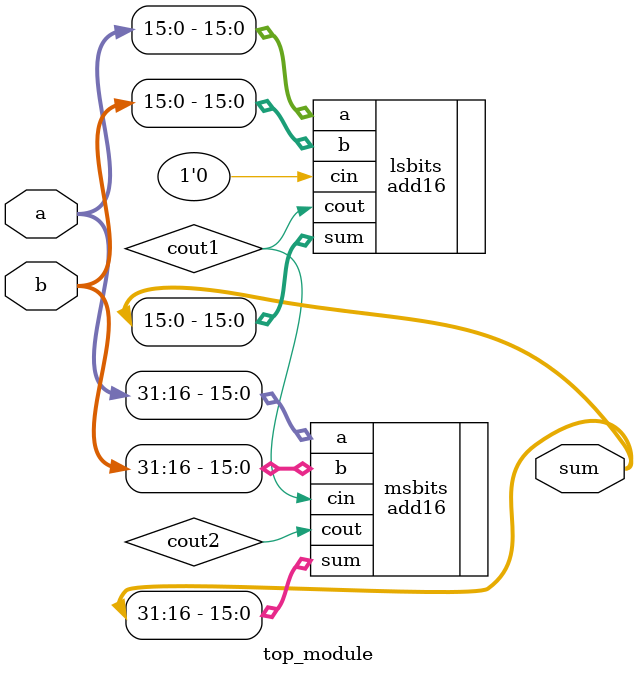
<source format=v>
module top_module(
    input [31:0] a,
    input [31:0] b,
    output [31:0] sum
);
    wire cout1, cout2;
    
    add16 lsbits (
        .a(a[15:0]),
        .b(b[15:0]),
        .cin(1'b0),
        .sum(sum[15:0]),
        .cout(cout1)
    );
                 
    add16 msbits (
        .a(a[31:16]),
        .b(b[31:16]),
        .cin(cout1),
        .sum(sum[31:16]),
        .cout(cout2)
    );                 

endmodule
</source>
